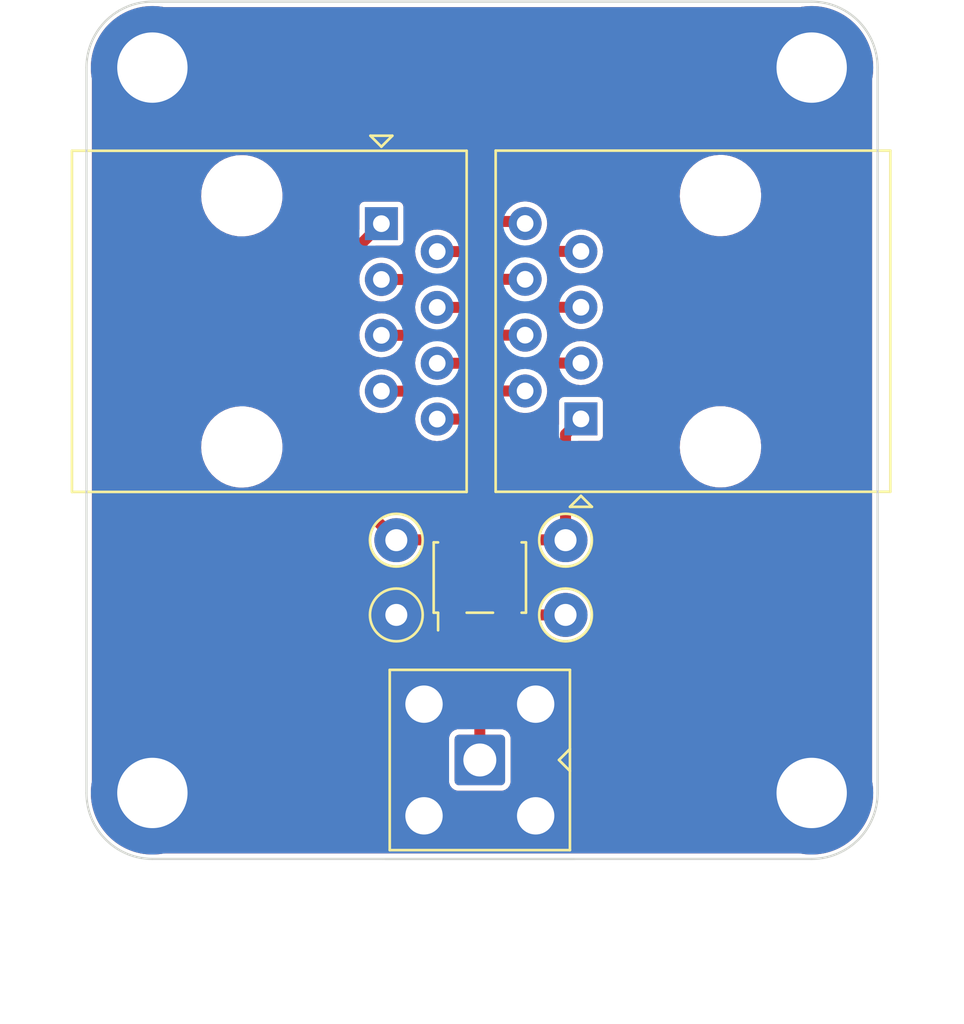
<source format=kicad_pcb>
(kicad_pcb (version 20211014) (generator pcbnew)
  (title_block (rev "1"))
  (layers (0 "F.Cu" signal "Front") (31 "B.Cu" signal "Back") (34 "B.Paste" user) (35 "F.Paste" user) (36 "B.SilkS" user "B.Silkscreen") (37 "F.SilkS" user "F.Silkscreen") (38 "B.Mask" user) (39 "F.Mask" user) (44 "Edge.Cuts" user))
  (net 0 "")
  (net 1 "Net-(J1-Pad1)")
  (net 2 "Net-(J1-Pad2)")
  (net 3 "Net-(J1-Pad3)")
  (net 4 "Net-(J1-Pad4)")
  (net 5 "Net-(J1-Pad5)")
  (net 6 "Net-(J1-Pad6)")
  (net 7 "Net-(J1-Pad7)")
  (net 8 "Net-(J1-Pad8)")
  (net 9 "Net-(J2-Pad1)")
  (net 10 "GND")
  (net 11 "Net-(TR1-Pad5)")
  (footprint "Connector_Coaxial:SMA_Amphenol_901-143_Horizontal" (layer "F.Cu") (at 117.9 94.5 180)
    (fp_text reference "J2" hide)
    (fp_text value "Conn_Coaxial")
    (fp_line (start -4.1 -4.1) (end -4.1 4.1) (layer "F.SilkS") (width 0.12))
    (fp_line (start -4.1 0.5) (end -3.6 0) (layer "F.SilkS") (width 0.12))
    (fp_line (start 4.1 -4.1) (end 4.1 4.1) (layer "F.SilkS") (width 0.12))
    (fp_line (start -4.1 4.1) (end 4.1 4.1) (layer "F.SilkS") (width 0.12))
    (fp_line (start -3.6 0) (end -4.1 -0.5) (layer "F.SilkS") (width 0.12))
    (fp_line (start -4.1 -4.1) (end 4.1 -4.1) (layer "F.SilkS") (width 0.12))
    (fp_line (start 4.3 -4.5) (end -4.3 -4.5) (layer "Edge.Cuts") (width 0.1))
    (pad "1" thru_hole roundrect (at 0 0 180) (size 2.3 2.3) (drill 1.5) (layers *.Cu *.Mask) (roundrect_rratio 0.087) (net 9 "Net-(J2-Pad1)"))
    (pad "2" thru_hole circle (at -2.54 -2.54 180) (size 2.5 2.5) (drill 1.7) (layers *.Cu *.Mask) (net 10 "GND"))
    (pad "2" thru_hole circle (at -2.54 2.54 180) (size 2.5 2.5) (drill 1.7) (layers *.Cu *.Mask) (net 10 "GND"))
    (pad "2" thru_hole circle (at 2.54 2.54 180) (size 2.5 2.5) (drill 1.7) (layers *.Cu *.Mask) (net 10 "GND"))
    (pad "2" thru_hole circle (at 2.54 -2.54 180) (size 2.5 2.5) (drill 1.7) (layers *.Cu *.Mask) (net 10 "GND"))
  )
  (footprint "TestPoint:TestPoint_THTPad_D2.0mm_Drill1.0mm" (layer "F.Cu") (at 114.1 84.5)
    (fp_text reference "TP3" hide)
    (fp_text value "TestPoint")
    (fp_circle (center 0 0) (end 0 1.2) (layer "F.SilkS") (width 0.12) (fill none))
    (pad "1" thru_hole circle (at 0 0) (size 2 2) (drill 1) (layers *.Cu *.Mask) (net 11 "Net-(TR1-Pad5)"))
  )
  (footprint "Connector_RJ:RJ45_Amphenol_54602-x08_Horizontal" (layer "F.Cu") (at 113.42 70.1 -90)
    (fp_text reference "J3" hide)
    (fp_text value "8P8C")
    (fp_line (start 12.205 -3.88) (end -3.315 -3.88) (layer "F.SilkS") (width 0.12))
    (fp_line (start -3.5 0) (end -4 -0.5) (layer "F.SilkS") (width 0.12))
    (fp_line (start 12.205 -3.88) (end 12.205 14.08) (layer "F.SilkS") (width 0.12))
    (fp_line (start -3.315 -3.88) (end -3.315 14.08) (layer "F.SilkS") (width 0.12))
    (fp_line (start -4 0.5) (end -3.5 0) (layer "F.SilkS") (width 0.12))
    (fp_line (start -3.315 14.08) (end 12.205 14.08) (layer "F.SilkS") (width 0.12))
    (fp_line (start -4 -0.5) (end -4 0.5) (layer "F.SilkS") (width 0.12))
    (pad "" np_thru_hole circle (at -1.27 6.35 270) (size 3.2 3.2) (drill 3.2) (layers *.Cu *.Mask))
    (pad "" np_thru_hole circle (at 10.16 6.35 270) (size 3.2 3.2) (drill 3.2) (layers *.Cu *.Mask))
    (pad "1" thru_hole rect (at 0 0 270) (size 1.5 1.5) (drill 0.76) (layers *.Cu *.Mask) (net 11 "Net-(TR1-Pad5)"))
    (pad "2" thru_hole circle (at 1.27 -2.54 270) (size 1.5 1.5) (drill 0.76) (layers *.Cu *.Mask) (net 8 "Net-(J1-Pad8)"))
    (pad "3" thru_hole circle (at 2.54 0 270) (size 1.5 1.5) (drill 0.76) (layers *.Cu *.Mask) (net 7 "Net-(J1-Pad7)"))
    (pad "4" thru_hole circle (at 3.81 -2.54 270) (size 1.5 1.5) (drill 0.76) (layers *.Cu *.Mask) (net 6 "Net-(J1-Pad6)"))
    (pad "5" thru_hole circle (at 5.08 0 270) (size 1.5 1.5) (drill 0.76) (layers *.Cu *.Mask) (net 5 "Net-(J1-Pad5)"))
    (pad "6" thru_hole circle (at 6.35 -2.54 270) (size 1.5 1.5) (drill 0.76) (layers *.Cu *.Mask) (net 4 "Net-(J1-Pad4)"))
    (pad "7" thru_hole circle (at 7.62 0 270) (size 1.5 1.5) (drill 0.76) (layers *.Cu *.Mask) (net 3 "Net-(J1-Pad3)"))
    (pad "8" thru_hole circle (at 8.89 -2.54 270) (size 1.5 1.5) (drill 0.76) (layers *.Cu *.Mask) (net 2 "Net-(J1-Pad2)"))
  )
  (footprint "Connector_RJ:RJ45_Amphenol_54602-x08_Horizontal" (layer "F.Cu") (at 122.5 78.9825 90)
    (fp_text reference "J1" hide)
    (fp_text value "8P8C")
    (fp_line (start -3.315 -3.88) (end -3.315 14.08) (layer "F.SilkS") (width 0.12))
    (fp_line (start -4 0.5) (end -3.5 0) (layer "F.SilkS") (width 0.12))
    (fp_line (start -3.5 0) (end -4 -0.5) (layer "F.SilkS") (width 0.12))
    (fp_line (start -3.315 14.08) (end 12.205 14.08) (layer "F.SilkS") (width 0.12))
    (fp_line (start -4 -0.5) (end -4 0.5) (layer "F.SilkS") (width 0.12))
    (fp_line (start 12.205 -3.88) (end -3.315 -3.88) (layer "F.SilkS") (width 0.12))
    (fp_line (start 12.205 -3.88) (end 12.205 14.08) (layer "F.SilkS") (width 0.12))
    (pad "" np_thru_hole circle (at -1.27 6.35 90) (size 3.2 3.2) (drill 3.2) (layers *.Cu *.Mask))
    (pad "" np_thru_hole circle (at 10.16 6.35 90) (size 3.2 3.2) (drill 3.2) (layers *.Cu *.Mask))
    (pad "1" thru_hole rect (at 0 0 90) (size 1.5 1.5) (drill 0.76) (layers *.Cu *.Mask) (net 1 "Net-(J1-Pad1)"))
    (pad "2" thru_hole circle (at 1.27 -2.54 90) (size 1.5 1.5) (drill 0.76) (layers *.Cu *.Mask) (net 2 "Net-(J1-Pad2)"))
    (pad "3" thru_hole circle (at 2.54 0 90) (size 1.5 1.5) (drill 0.76) (layers *.Cu *.Mask) (net 3 "Net-(J1-Pad3)"))
    (pad "4" thru_hole circle (at 3.81 -2.54 90) (size 1.5 1.5) (drill 0.76) (layers *.Cu *.Mask) (net 4 "Net-(J1-Pad4)"))
    (pad "5" thru_hole circle (at 5.08 0 90) (size 1.5 1.5) (drill 0.76) (layers *.Cu *.Mask) (net 5 "Net-(J1-Pad5)"))
    (pad "6" thru_hole circle (at 6.35 -2.54 90) (size 1.5 1.5) (drill 0.76) (layers *.Cu *.Mask) (net 6 "Net-(J1-Pad6)"))
    (pad "7" thru_hole circle (at 7.62 0 90) (size 1.5 1.5) (drill 0.76) (layers *.Cu *.Mask) (net 7 "Net-(J1-Pad7)"))
    (pad "8" thru_hole circle (at 8.89 -2.54 90) (size 1.5 1.5) (drill 0.76) (layers *.Cu *.Mask) (net 8 "Net-(J1-Pad8)"))
  )
  (footprint "TestPoint:TestPoint_THTPad_D2.0mm_Drill1.0mm" (layer "F.Cu") (at 121.8 84.5)
    (fp_text reference "TP2" hide)
    (fp_text value "TestPoint")
    (fp_circle (center 0 0) (end 0 1.2) (layer "F.SilkS") (width 0.12) (fill none))
    (pad "1" thru_hole circle (at 0 0) (size 2 2) (drill 1) (layers *.Cu *.Mask) (net 1 "Net-(J1-Pad1)"))
  )
  (footprint "MountingHole:MountingHole_3.2mm_M3_DIN965_Pad" (layer "F.Cu") (at 103 63)
    (fp_text reference "H2" hide)
    (fp_text value "MountingHole_Pad")
    (pad "1" thru_hole circle (at 0 0) (size 5.6 5.6) (drill 3.2) (layers *.Cu *.Mask) (net 10 "GND"))
  )
  (footprint "MountingHole:MountingHole_3.2mm_M3_DIN965_Pad" (layer "F.Cu") (at 133 63)
    (fp_text reference "H4" hide)
    (fp_text value "MountingHole_Pad")
    (pad "1" thru_hole circle (at 0 0) (size 5.6 5.6) (drill 3.2) (layers *.Cu *.Mask) (net 10 "GND"))
  )
  (footprint "TestPoint:TestPoint_THTPad_D2.0mm_Drill1.0mm" (layer "F.Cu") (at 121.8 87.9)
    (fp_text reference "TP1" hide)
    (fp_text value "TestPoint")
    (fp_circle (center 0 0) (end 0 1.2) (layer "F.SilkS") (width 0.12) (fill none))
    (pad "1" thru_hole circle (at 0 0) (size 2 2) (drill 1) (layers *.Cu *.Mask) (net 9 "Net-(J2-Pad1)"))
  )
  (footprint "Transformer_SMD:Transformer_MACOM_SM-22" (layer "F.Cu") (at 117.9 86.2 90)
    (fp_text reference "TR1" hide)
    (fp_text value "ETC4-1-2")
    (fp_line (start -1.6 2.1) (end 1.6 2.1) (layer "F.SilkS") (width 0.12))
    (fp_line (start 1.6 -1.9) (end 1.6 -2.1) (layer "F.SilkS") (width 0.12))
    (fp_line (start 1.6 2.1) (end 1.6 1.9) (layer "F.SilkS") (width 0.12))
    (fp_line (start -1.6 1.9) (end -1.6 2.1) (layer "F.SilkS") (width 0.12))
    (fp_line (start -1.6 -2.1) (end -1.6 -1.9) (layer "F.SilkS") (width 0.12))
    (fp_line (start -1.6 -0.6) (end -1.6 0.6) (layer "F.SilkS") (width 0.12))
    (fp_line (start -1.6 -1.9) (end -2.4 -1.9) (layer "F.SilkS") (width 0.12))
    (fp_line (start 1.6 -2.1) (end -1.6 -2.1) (layer "F.SilkS") (width 0.12))
    (pad "1" smd rect (at -1.715 -1.27 90) (size 1.4 0.76) (layers "F.Cu" "F.Paste" "F.Mask") (net 10 "GND"))
    (pad "2" smd rect (at -1.715 1.27 90) (size 1.4 0.76) (layers "F.Cu" "F.Paste" "F.Mask") (net 9 "Net-(J2-Pad1)"))
    (pad "3" smd rect (at 1.715 1.27 90) (size 1.4 0.76) (layers "F.Cu" "F.Paste" "F.Mask") (net 1 "Net-(J1-Pad1)"))
    (pad "4" smd rect (at 1.715 0 90) (size 1.4 0.76) (layers "F.Cu" "F.Paste" "F.Mask") (net 10 "GND"))
    (pad "5" smd rect (at 1.715 -1.27 90) (size 1.4 0.76) (layers "F.Cu" "F.Paste" "F.Mask") (net 11 "Net-(TR1-Pad5)"))
  )
  (footprint "MountingHole:MountingHole_3.2mm_M3_DIN965_Pad" (layer "F.Cu") (at 103 96)
    (fp_text reference "H3" hide)
    (fp_text value "MountingHole_Pad")
    (pad "1" thru_hole circle (at 0 0) (size 5.6 5.6) (drill 3.2) (layers *.Cu *.Mask) (net 10 "GND"))
  )
  (footprint "TestPoint:TestPoint_THTPad_D2.0mm_Drill1.0mm" (layer "F.Cu") (at 114.1 87.9)
    (fp_text reference "TP4" hide)
    (fp_text value "TestPoint")
    (fp_circle (center 0 0) (end 0 1.2) (layer "F.SilkS") (width 0.12) (fill none))
    (pad "1" thru_hole circle (at 0 0) (size 2 2) (drill 1) (layers *.Cu *.Mask) (net 10 "GND"))
  )
  (footprint "MountingHole:MountingHole_3.2mm_M3_DIN965_Pad" (layer "F.Cu") (at 133 96)
    (fp_text reference "H1" hide)
    (fp_text value "MountingHole_Pad")
    (pad "1" thru_hole circle (at 0 0) (size 5.6 5.6) (drill 3.2) (layers *.Cu *.Mask) (net 10 "GND"))
  )
  (gr_arc (start 103 99) (mid 100.87868 98.12132) (end 100 96) (layer "Edge.Cuts") (width 0.1))
  (gr_arc (start 136 96) (mid 135.12132 98.12132) (end 133 99) (layer "Edge.Cuts") (width 0.1))
  (gr_arc (start 133 60) (mid 135.12132 60.87868) (end 136 63) (layer "Edge.Cuts") (width 0.1))
  (gr_line (start 136 96) (end 136 63) (layer "Edge.Cuts") (width 0.1))
  (gr_line (start 103 60) (end 133 60) (layer "Edge.Cuts") (width 0.1))
  (gr_arc (start 100 63) (mid 100.87868 60.87868) (end 103 60) (layer "Edge.Cuts") (width 0.1))
  (gr_line (start 103 99) (end 133 99) (layer "Edge.Cuts") (width 0.1))
  (gr_line (start 100 63) (end 100 96) (layer "Edge.Cuts") (width 0.1))
  (segment (start 119.17 84.485) (end 121.8 84.485) (width 0.5) (layer "F.Cu") (net 1))
  (segment (start 121.8 79.6825) (end 122.5 78.9825) (width 0.5) (layer "F.Cu") (net 1))
  (segment (start 121.8 84.485) (end 121.8 79.6825) (width 0.5) (layer "F.Cu") (net 1))
  (segment (start 117.51 78.99) (end 118.7875 77.7125) (width 0.5) (layer "F.Cu") (net 2))
  (segment (start 115.96 78.99) (end 117.51 78.99) (width 0.5) (layer "F.Cu") (net 2))
  (segment (start 118.7875 77.7125) (end 119.96 77.7125) (width 0.5) (layer "F.Cu") (net 2))
  (segment (start 118.71816 76.4425) (end 117.44066 77.72) (width 0.5) (layer "F.Cu") (net 3))
  (segment (start 122.5 76.4425) (end 118.71816 76.4425) (width 0.5) (layer "F.Cu") (net 3))
  (segment (start 117.44066 77.72) (end 113.42 77.72) (width 0.5) (layer "F.Cu") (net 3))
  (segment (start 117.45 76.45) (end 118.7275 75.1725) (width 0.5) (layer "F.Cu") (net 4))
  (segment (start 115.96 76.45) (end 117.45 76.45) (width 0.5) (layer "F.Cu") (net 4))
  (segment (start 118.7275 75.1725) (end 119.96 75.1725) (width 0.5) (layer "F.Cu") (net 4))
  (segment (start 122.5 73.9025) (end 118.5975 73.9025) (width 0.5) (layer "F.Cu") (net 5))
  (segment (start 117.32 75.18) (end 113.42 75.18) (width 0.5) (layer "F.Cu") (net 5))
  (segment (start 118.5975 73.9025) (end 117.32 75.18) (width 0.5) (layer "F.Cu") (net 5))
  (segment (start 118.6675 72.6325) (end 119.96 72.6325) (width 0.5) (layer "F.Cu") (net 6))
  (segment (start 117.39 73.91) (end 118.6675 72.6325) (width 0.5) (layer "F.Cu") (net 6))
  (segment (start 115.96 73.91) (end 117.39 73.91) (width 0.5) (layer "F.Cu") (net 6))
  (segment (start 117.36 72.64) (end 113.42 72.64) (width 0.5) (layer "F.Cu") (net 7))
  (segment (start 118.6375 71.3625) (end 117.36 72.64) (width 0.5) (layer "F.Cu") (net 7))
  (segment (start 122.5 71.3625) (end 118.6375 71.3625) (width 0.5) (layer "F.Cu") (net 7))
  (segment (start 119.8675 70) (end 119.96 70.0925) (width 0.5) (layer "F.Cu") (net 8))
  (segment (start 115.96 71.37) (end 117.3125 71.37) (width 0.5) (layer "F.Cu") (net 8))
  (segment (start 118.6825 70) (end 119.8675 70) (width 0.5) (layer "F.Cu") (net 8))
  (segment (start 117.3125 71.37) (end 118.6825 70) (width 0.5) (layer "F.Cu") (net 8))
  (segment (start 121.8 87.9) (end 119.185 87.9) (width 0.5) (layer "F.Cu") (net 9))
  (segment (start 117.9 93.9) (end 117.9 89.185) (width 0.5) (layer "F.Cu") (net 9))
  (segment (start 119.185 87.9) (end 119.17 87.915) (width 0.5) (layer "F.Cu") (net 9))
  (segment (start 117.9 89.185) (end 119.17 87.915) (width 0.5) (layer "F.Cu") (net 9))
  (segment (start 114.085 84.485) (end 116.63 84.485) (width 0.5) (layer "F.Cu") (net 11))
  (segment (start 110.5 80.9) (end 114.085 84.485) (width 0.5) (layer "F.Cu") (net 11))
  (segment (start 110.5 73.02) (end 110.5 80.9) (width 0.5) (layer "F.Cu") (net 11))
  (segment (start 113.42 70.1) (end 110.5 73.02) (width 0.5) (layer "F.Cu") (net 11))
  (zone (net 10) (net_name "GND") (layer "F.Cu") (connect_pads yes (clearance 0.25)) (min_thickness 0.2) (fill yes (thermal_gap 0.254) (thermal_bridge_width 0.254))
    (polygon (pts (xy 136 99) (xy 100 99) (xy 100 60) (xy 136 60)))
  )
  (zone (net 10) (net_name "GND") (layer "B.Cu") (connect_pads yes (clearance 0.25)) (min_thickness 0.2) (fill yes (thermal_gap 0.254) (thermal_bridge_width 0.254))
    (polygon (pts (xy 136 99) (xy 100 99) (xy 100 60) (xy 136 60)))
  )
)
</source>
